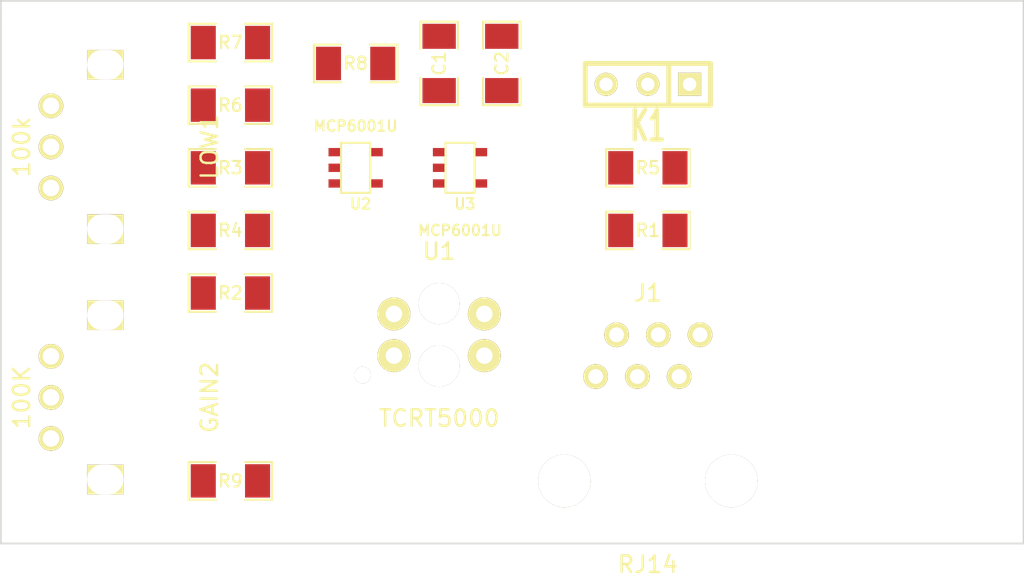
<source format=kicad_pcb>
(kicad_pcb (version 3) (host pcbnew "(2014-jan-25)-product")

  (general
    (links 39)
    (no_connects 39)
    (area 112.979999 71.069999 175.310001 104.190001)
    (thickness 1.6)
    (drawings 5)
    (tracks 0)
    (zones 0)
    (modules 18)
    (nets 13)
  )

  (page A4)
  (layers
    (15 F.Cu signal)
    (0 B.Cu signal)
    (16 B.Adhes user)
    (17 F.Adhes user)
    (18 B.Paste user)
    (19 F.Paste user)
    (20 B.SilkS user)
    (21 F.SilkS user)
    (22 B.Mask user)
    (23 F.Mask user)
    (24 Dwgs.User user)
    (25 Cmts.User user)
    (26 Eco1.User user)
    (27 Eco2.User user)
    (28 Edge.Cuts user)
  )

  (setup
    (last_trace_width 0.254)
    (trace_clearance 0.254)
    (zone_clearance 0.508)
    (zone_45_only no)
    (trace_min 0.254)
    (segment_width 0.2)
    (edge_width 0.1)
    (via_size 0.889)
    (via_drill 0.635)
    (via_min_size 0.889)
    (via_min_drill 0.508)
    (uvia_size 0.508)
    (uvia_drill 0.127)
    (uvias_allowed no)
    (uvia_min_size 0.508)
    (uvia_min_drill 0.127)
    (pcb_text_width 0.3)
    (pcb_text_size 1.5 1.5)
    (mod_edge_width 0.15)
    (mod_text_size 1 1)
    (mod_text_width 0.15)
    (pad_size 1.5 1.5)
    (pad_drill 1)
    (pad_to_mask_clearance 0)
    (aux_axis_origin 0 0)
    (visible_elements FFFFFF7F)
    (pcbplotparams
      (layerselection 3178497)
      (usegerberextensions true)
      (excludeedgelayer true)
      (linewidth 0.100000)
      (plotframeref false)
      (viasonmask false)
      (mode 1)
      (useauxorigin false)
      (hpglpennumber 1)
      (hpglpenspeed 20)
      (hpglpendiameter 15)
      (hpglpenoverlay 2)
      (psnegative false)
      (psa4output false)
      (plotreference true)
      (plotvalue true)
      (plotothertext true)
      (plotinvisibletext false)
      (padsonsilk false)
      (subtractmaskfromsilk false)
      (outputformat 1)
      (mirror false)
      (drillshape 1)
      (scaleselection 1)
      (outputdirectory ""))
  )

  (net 0 "")
  (net 1 5V)
  (net 2 GND)
  (net 3 ADC)
  (net 4 "Net-(GAIN2-Pad3)")
  (net 5 "Net-(GAIN2-Pad1)")
  (net 6 lowcut)
  (net 7 "Net-(R1-Pad1)")
  (net 8 "Net-(R2-Pad1)")
  (net 9 "Net-(R3-Pad1)")
  (net 10 "Net-(J1-Pad1)")
  (net 11 "Net-(J1-Pad5)")
  (net 12 "Net-(J1-Pad6)")

  (net_class Default "This is the default net class."
    (clearance 0.254)
    (trace_width 0.254)
    (via_dia 0.889)
    (via_drill 0.635)
    (uvia_dia 0.508)
    (uvia_drill 0.127)
    (add_net 5V)
    (add_net ADC)
    (add_net GND)
    (add_net "Net-(GAIN2-Pad1)")
    (add_net "Net-(GAIN2-Pad3)")
    (add_net "Net-(J1-Pad1)")
    (add_net "Net-(J1-Pad5)")
    (add_net "Net-(J1-Pad6)")
    (add_net "Net-(R1-Pad1)")
    (add_net "Net-(R2-Pad1)")
    (add_net "Net-(R3-Pad1)")
    (add_net lowcut)
  )

  (module SMD_Packages:SOT23-5 (layer F.Cu) (tedit 535D1521) (tstamp 535BD779)
    (at 134.62 81.28 270)
    (path /5358437A)
    (attr smd)
    (fp_text reference U2 (at 2.19964 -0.29972 360) (layer F.SilkS)
      (effects (font (size 0.635 0.635) (thickness 0.127)))
    )
    (fp_text value MCP6001U (at -2.54 0 540) (layer F.SilkS)
      (effects (font (size 0.635 0.635) (thickness 0.127)))
    )
    (fp_line (start 1.524 -0.889) (end 1.524 0.889) (layer F.SilkS) (width 0.127))
    (fp_line (start 1.524 0.889) (end -1.524 0.889) (layer F.SilkS) (width 0.127))
    (fp_line (start -1.524 0.889) (end -1.524 -0.889) (layer F.SilkS) (width 0.127))
    (fp_line (start -1.524 -0.889) (end 1.524 -0.889) (layer F.SilkS) (width 0.127))
    (pad 1 smd rect (at -0.9525 1.27 270) (size 0.508 0.762) (layers F.Cu F.Paste F.Mask)
      (net 8 "Net-(R2-Pad1)"))
    (pad 3 smd rect (at 0.9525 1.27 270) (size 0.508 0.762) (layers F.Cu F.Paste F.Mask)
      (net 9 "Net-(R3-Pad1)"))
    (pad 5 smd rect (at -0.9525 -1.27 270) (size 0.508 0.762) (layers F.Cu F.Paste F.Mask)
      (net 1 5V))
    (pad 2 smd rect (at 0 1.27 270) (size 0.508 0.762) (layers F.Cu F.Paste F.Mask)
      (net 6 lowcut))
    (pad 4 smd rect (at 0.9525 -1.27 270) (size 0.508 0.762) (layers F.Cu F.Paste F.Mask)
      (net 9 "Net-(R3-Pad1)"))
    (model smd/SOT23_5.wrl
      (at (xyz 0 0 0))
      (scale (xyz 0.1 0.1 0.1))
      (rotate (xyz 0 0 0))
    )
  )

  (module SMD_Packages:SOT23-5 (layer F.Cu) (tedit 535D1514) (tstamp 535BD786)
    (at 140.97 81.28 270)
    (path /5359ECE1)
    (attr smd)
    (fp_text reference U3 (at 2.19964 -0.29972 360) (layer F.SilkS)
      (effects (font (size 0.635 0.635) (thickness 0.127)))
    )
    (fp_text value MCP6001U (at 3.81 0 360) (layer F.SilkS)
      (effects (font (size 0.635 0.635) (thickness 0.127)))
    )
    (fp_line (start 1.524 -0.889) (end 1.524 0.889) (layer F.SilkS) (width 0.127))
    (fp_line (start 1.524 0.889) (end -1.524 0.889) (layer F.SilkS) (width 0.127))
    (fp_line (start -1.524 0.889) (end -1.524 -0.889) (layer F.SilkS) (width 0.127))
    (fp_line (start -1.524 -0.889) (end 1.524 -0.889) (layer F.SilkS) (width 0.127))
    (pad 1 smd rect (at -0.9525 1.27 270) (size 0.508 0.762) (layers F.Cu F.Paste F.Mask)
      (net 9 "Net-(R3-Pad1)"))
    (pad 3 smd rect (at 0.9525 1.27 270) (size 0.508 0.762) (layers F.Cu F.Paste F.Mask)
      (net 5 "Net-(GAIN2-Pad1)"))
    (pad 5 smd rect (at -0.9525 -1.27 270) (size 0.508 0.762) (layers F.Cu F.Paste F.Mask)
      (net 1 5V))
    (pad 2 smd rect (at 0 1.27 270) (size 0.508 0.762) (layers F.Cu F.Paste F.Mask)
      (net 2 GND))
    (pad 4 smd rect (at 0.9525 -1.27 270) (size 0.508 0.762) (layers F.Cu F.Paste F.Mask)
      (net 3 ADC))
    (model smd/SOT23_5.wrl
      (at (xyz 0 0 0))
      (scale (xyz 0.1 0.1 0.1))
      (rotate (xyz 0 0 0))
    )
  )

  (module Cyclophone:A-2014-0-4-R_BOTTOM (layer F.Cu) (tedit 535C95A7) (tstamp 535C805F)
    (at 152.4 100.33)
    (path /532FB864)
    (fp_text reference J1 (at 0 -11.43) (layer F.SilkS)
      (effects (font (size 1 1) (thickness 0.15)))
    )
    (fp_text value RJ14 (at 0 5.08) (layer F.SilkS)
      (effects (font (size 1 1) (thickness 0.15)))
    )
    (pad hole thru_hole circle (at 5.08 0) (size 3.2 3.2) (drill 3.2) (layers *.Cu *.Mask F.SilkS))
    (pad hole thru_hole circle (at -5.08 0) (size 3.2 3.2) (drill 3.2) (layers *.Cu *.Mask F.SilkS))
    (pad 1 thru_hole circle (at 3.175 -8.89 180) (size 1.5 1.5) (drill 0.9) (layers *.Cu *.Mask F.SilkS)
      (net 10 "Net-(J1-Pad1)"))
    (pad 2 thru_hole circle (at 1.905 -6.35 180) (size 1.5 1.5) (drill 0.9) (layers *.Cu *.Mask F.SilkS)
      (net 1 5V))
    (pad 3 thru_hole circle (at 0.635 -8.89 180) (size 1.5 1.5) (drill 0.9) (layers *.Cu *.Mask F.SilkS)
      (net 3 ADC))
    (pad 4 thru_hole circle (at -0.635 -6.35 180) (size 1.5 1.5) (drill 0.9) (layers *.Cu *.Mask F.SilkS)
      (net 2 GND))
    (pad 5 thru_hole circle (at -1.905 -8.89 180) (size 1.5 1.5) (drill 0.9) (layers *.Cu *.Mask F.SilkS)
      (net 11 "Net-(J1-Pad5)"))
    (pad 6 thru_hole circle (at -3.175 -6.35 180) (size 1.5 1.5) (drill 0.9) (layers *.Cu *.Mask F.SilkS)
      (net 12 "Net-(J1-Pad6)"))
  )

  (module Cyclophone:TCRT5000 (layer F.Cu) (tedit 535C7F67) (tstamp 535C806A)
    (at 139.7 91.44)
    (path /535BDDB2)
    (fp_text reference U1 (at 0 -5.08) (layer F.SilkS)
      (effects (font (size 1 1) (thickness 0.15)))
    )
    (fp_text value TCRT5000 (at 0 5.08) (layer F.SilkS)
      (effects (font (size 1 1) (thickness 0.15)))
    )
    (pad 3 thru_hole circle (at -2.75 -1.27) (size 2 2) (drill 1) (layers *.Cu *.Mask F.SilkS)
      (net 1 5V))
    (pad 1 thru_hole circle (at 2.75 -1.27) (size 2 2) (drill 1) (layers *.Cu *.Mask F.SilkS)
      (net 7 "Net-(R1-Pad1)"))
    (pad 4 thru_hole circle (at -2.75 1.27) (size 2 2) (drill 1) (layers *.Cu *.Mask F.SilkS)
      (net 8 "Net-(R2-Pad1)"))
    (pad 2 thru_hole circle (at 2.75 1.27) (size 2 2) (drill 1) (layers *.Cu *.Mask F.SilkS)
      (net 2 GND))
    (pad hole thru_hole circle (at 0 1.9) (size 2.5 2.5) (drill 2.5) (layers *.Cu *.Mask F.SilkS))
    (pad hole thru_hole circle (at 0 -1.9) (size 2.5 2.5) (drill 2.5) (layers *.Cu *.Mask F.SilkS))
    (pad hole thru_hole circle (at -4.65 2.45) (size 1 1) (drill 1) (layers *.Cu *.Mask F.SilkS))
  )

  (module SMD_Packages:SM1206 (layer F.Cu) (tedit 535D22A2) (tstamp 535D2333)
    (at 139.7 74.93 90)
    (path /53449FBF)
    (attr smd)
    (fp_text reference C1 (at 0 0 90) (layer F.SilkS)
      (effects (font (size 0.762 0.762) (thickness 0.127)))
    )
    (fp_text value .01uf (at 0 0 90) (layer F.SilkS) hide
      (effects (font (size 0.762 0.762) (thickness 0.127)))
    )
    (fp_line (start -2.54 -1.143) (end -2.54 1.143) (layer F.SilkS) (width 0.127))
    (fp_line (start -2.54 1.143) (end -0.889 1.143) (layer F.SilkS) (width 0.127))
    (fp_line (start 0.889 -1.143) (end 2.54 -1.143) (layer F.SilkS) (width 0.127))
    (fp_line (start 2.54 -1.143) (end 2.54 1.143) (layer F.SilkS) (width 0.127))
    (fp_line (start 2.54 1.143) (end 0.889 1.143) (layer F.SilkS) (width 0.127))
    (fp_line (start -0.889 -1.143) (end -2.54 -1.143) (layer F.SilkS) (width 0.127))
    (pad 1 smd rect (at -1.651 0 90) (size 1.524 2.032) (layers F.Cu F.Paste F.Mask)
      (net 1 5V))
    (pad 2 smd rect (at 1.651 0 90) (size 1.524 2.032) (layers F.Cu F.Paste F.Mask)
      (net 2 GND))
    (model smd/chip_cms.wrl
      (at (xyz 0 0 0))
      (scale (xyz 0.17 0.16 0.16))
      (rotate (xyz 0 0 0))
    )
  )

  (module SMD_Packages:SM1206 (layer F.Cu) (tedit 535D22A2) (tstamp 535D233E)
    (at 143.51 74.93 90)
    (path /5344A0AE)
    (attr smd)
    (fp_text reference C2 (at 0 0 90) (layer F.SilkS)
      (effects (font (size 0.762 0.762) (thickness 0.127)))
    )
    (fp_text value 10uf (at 0 0 90) (layer F.SilkS) hide
      (effects (font (size 0.762 0.762) (thickness 0.127)))
    )
    (fp_line (start -2.54 -1.143) (end -2.54 1.143) (layer F.SilkS) (width 0.127))
    (fp_line (start -2.54 1.143) (end -0.889 1.143) (layer F.SilkS) (width 0.127))
    (fp_line (start 0.889 -1.143) (end 2.54 -1.143) (layer F.SilkS) (width 0.127))
    (fp_line (start 2.54 -1.143) (end 2.54 1.143) (layer F.SilkS) (width 0.127))
    (fp_line (start 2.54 1.143) (end 0.889 1.143) (layer F.SilkS) (width 0.127))
    (fp_line (start -0.889 -1.143) (end -2.54 -1.143) (layer F.SilkS) (width 0.127))
    (pad 1 smd rect (at -1.651 0 90) (size 1.524 2.032) (layers F.Cu F.Paste F.Mask)
      (net 1 5V))
    (pad 2 smd rect (at 1.651 0 90) (size 1.524 2.032) (layers F.Cu F.Paste F.Mask)
      (net 2 GND))
    (model smd/chip_cms.wrl
      (at (xyz 0 0 0))
      (scale (xyz 0.17 0.16 0.16))
      (rotate (xyz 0 0 0))
    )
  )

  (module Cyclophone:PTV09A-2-BOTTOM (layer F.Cu) (tedit 535D22A2) (tstamp 535D2349)
    (at 119.38 95.25 270)
    (path /5359E737)
    (fp_text reference GAIN2 (at 0 -6.35 270) (layer F.SilkS)
      (effects (font (size 1 1) (thickness 0.15)))
    )
    (fp_text value 100K (at 0 5.08 270) (layer F.SilkS)
      (effects (font (size 1 1) (thickness 0.15)))
    )
    (pad 1 thru_hole circle (at 2.5 3.3 270) (size 1.5 1.5) (drill 1) (layers *.Cu *.Mask F.SilkS)
      (net 5 "Net-(GAIN2-Pad1)"))
    (pad 2 thru_hole circle (at 0 3.3 270) (size 1.5 1.5) (drill 1) (layers *.Cu *.Mask F.SilkS)
      (net 3 ADC))
    (pad 3 thru_hole circle (at -2.5 3.3 270) (size 1.5 1.5) (drill 1) (layers *.Cu *.Mask F.SilkS)
      (net 4 "Net-(GAIN2-Pad3)"))
    (pad "" np_thru_hole rect (at 5 0 270) (size 1.8 2.2) (drill oval 1.8 2.2) (layers *.Cu *.Mask F.SilkS))
    (pad "" np_thru_hole rect (at -5 0 270) (size 1.8 2.2) (drill oval 1.8 2.2) (layers *.Cu *.Mask F.SilkS))
  )

  (module Connect:SIL-3 (layer F.Cu) (tedit 535D22A3) (tstamp 535D2351)
    (at 152.4 76.2 180)
    (descr "Connecteur 3 pins")
    (tags "CONN DEV")
    (path /535AE01E)
    (fp_text reference K1 (at 0 -2.54 180) (layer F.SilkS)
      (effects (font (size 1.7907 1.07696) (thickness 0.3048)))
    )
    (fp_text value CONN_3 (at 0 -2.54 180) (layer F.SilkS) hide
      (effects (font (size 1.524 1.016) (thickness 0.3048)))
    )
    (fp_line (start -3.81 1.27) (end -3.81 -1.27) (layer F.SilkS) (width 0.3048))
    (fp_line (start -3.81 -1.27) (end 3.81 -1.27) (layer F.SilkS) (width 0.3048))
    (fp_line (start 3.81 -1.27) (end 3.81 1.27) (layer F.SilkS) (width 0.3048))
    (fp_line (start 3.81 1.27) (end -3.81 1.27) (layer F.SilkS) (width 0.3048))
    (fp_line (start -1.27 -1.27) (end -1.27 1.27) (layer F.SilkS) (width 0.3048))
    (pad 1 thru_hole rect (at -2.54 0 180) (size 1.397 1.397) (drill 0.8128) (layers *.Cu *.Mask F.SilkS)
      (net 1 5V))
    (pad 2 thru_hole circle (at 0 0 180) (size 1.397 1.397) (drill 0.8128) (layers *.Cu *.Mask F.SilkS)
      (net 3 ADC))
    (pad 3 thru_hole circle (at 2.54 0 180) (size 1.397 1.397) (drill 0.8128) (layers *.Cu *.Mask F.SilkS)
      (net 2 GND))
  )

  (module Cyclophone:PTV09A-2-BOTTOM (layer F.Cu) (tedit 535D22A2) (tstamp 535D235C)
    (at 119.38 80.01 270)
    (path /5359E724)
    (fp_text reference LOW1 (at 0 -6.35 270) (layer F.SilkS)
      (effects (font (size 1 1) (thickness 0.15)))
    )
    (fp_text value 100k (at 0 5.08 270) (layer F.SilkS)
      (effects (font (size 1 1) (thickness 0.15)))
    )
    (pad 1 thru_hole circle (at 2.5 3.3 270) (size 1.5 1.5) (drill 1) (layers *.Cu *.Mask F.SilkS)
      (net 1 5V))
    (pad 2 thru_hole circle (at 0 3.3 270) (size 1.5 1.5) (drill 1) (layers *.Cu *.Mask F.SilkS)
      (net 6 lowcut))
    (pad 3 thru_hole circle (at -2.5 3.3 270) (size 1.5 1.5) (drill 1) (layers *.Cu *.Mask F.SilkS)
      (net 2 GND))
    (pad "" np_thru_hole rect (at 5 0 270) (size 1.8 2.2) (drill oval 1.8 2.2) (layers *.Cu *.Mask F.SilkS))
    (pad "" np_thru_hole rect (at -5 0 270) (size 1.8 2.2) (drill oval 1.8 2.2) (layers *.Cu *.Mask F.SilkS))
  )

  (module SMD_Packages:SM1206 (layer F.Cu) (tedit 535D22A2) (tstamp 535D2364)
    (at 152.4 85.09)
    (path /533B9FB6)
    (attr smd)
    (fp_text reference R1 (at 0 0) (layer F.SilkS)
      (effects (font (size 0.762 0.762) (thickness 0.127)))
    )
    (fp_text value 220 (at 0 0) (layer F.SilkS) hide
      (effects (font (size 0.762 0.762) (thickness 0.127)))
    )
    (fp_line (start -2.54 -1.143) (end -2.54 1.143) (layer F.SilkS) (width 0.127))
    (fp_line (start -2.54 1.143) (end -0.889 1.143) (layer F.SilkS) (width 0.127))
    (fp_line (start 0.889 -1.143) (end 2.54 -1.143) (layer F.SilkS) (width 0.127))
    (fp_line (start 2.54 -1.143) (end 2.54 1.143) (layer F.SilkS) (width 0.127))
    (fp_line (start 2.54 1.143) (end 0.889 1.143) (layer F.SilkS) (width 0.127))
    (fp_line (start -0.889 -1.143) (end -2.54 -1.143) (layer F.SilkS) (width 0.127))
    (pad 1 smd rect (at -1.651 0) (size 1.524 2.032) (layers F.Cu F.Paste F.Mask)
      (net 7 "Net-(R1-Pad1)"))
    (pad 2 smd rect (at 1.651 0) (size 1.524 2.032) (layers F.Cu F.Paste F.Mask)
      (net 1 5V))
    (model smd/chip_cms.wrl
      (at (xyz 0 0 0))
      (scale (xyz 0.17 0.16 0.16))
      (rotate (xyz 0 0 0))
    )
  )

  (module SMD_Packages:SM1206 (layer F.Cu) (tedit 535D22A2) (tstamp 535D236F)
    (at 127 88.9 180)
    (path /533B9B87)
    (attr smd)
    (fp_text reference R2 (at 0 0 180) (layer F.SilkS)
      (effects (font (size 0.762 0.762) (thickness 0.127)))
    )
    (fp_text value 20.7k (at 0 0 180) (layer F.SilkS) hide
      (effects (font (size 0.762 0.762) (thickness 0.127)))
    )
    (fp_line (start -2.54 -1.143) (end -2.54 1.143) (layer F.SilkS) (width 0.127))
    (fp_line (start -2.54 1.143) (end -0.889 1.143) (layer F.SilkS) (width 0.127))
    (fp_line (start 0.889 -1.143) (end 2.54 -1.143) (layer F.SilkS) (width 0.127))
    (fp_line (start 2.54 -1.143) (end 2.54 1.143) (layer F.SilkS) (width 0.127))
    (fp_line (start 2.54 1.143) (end 0.889 1.143) (layer F.SilkS) (width 0.127))
    (fp_line (start -0.889 -1.143) (end -2.54 -1.143) (layer F.SilkS) (width 0.127))
    (pad 1 smd rect (at -1.651 0 180) (size 1.524 2.032) (layers F.Cu F.Paste F.Mask)
      (net 8 "Net-(R2-Pad1)"))
    (pad 2 smd rect (at 1.651 0 180) (size 1.524 2.032) (layers F.Cu F.Paste F.Mask)
      (net 2 GND))
    (model smd/chip_cms.wrl
      (at (xyz 0 0 0))
      (scale (xyz 0.17 0.16 0.16))
      (rotate (xyz 0 0 0))
    )
  )

  (module SMD_Packages:SM1206 (layer F.Cu) (tedit 535D22A2) (tstamp 535D237A)
    (at 127 81.28 180)
    (path /5355C3FF)
    (attr smd)
    (fp_text reference R3 (at 0 0 180) (layer F.SilkS)
      (effects (font (size 0.762 0.762) (thickness 0.127)))
    )
    (fp_text value 10k (at 0 0 180) (layer F.SilkS) hide
      (effects (font (size 0.762 0.762) (thickness 0.127)))
    )
    (fp_line (start -2.54 -1.143) (end -2.54 1.143) (layer F.SilkS) (width 0.127))
    (fp_line (start -2.54 1.143) (end -0.889 1.143) (layer F.SilkS) (width 0.127))
    (fp_line (start 0.889 -1.143) (end 2.54 -1.143) (layer F.SilkS) (width 0.127))
    (fp_line (start 2.54 -1.143) (end 2.54 1.143) (layer F.SilkS) (width 0.127))
    (fp_line (start 2.54 1.143) (end 0.889 1.143) (layer F.SilkS) (width 0.127))
    (fp_line (start -0.889 -1.143) (end -2.54 -1.143) (layer F.SilkS) (width 0.127))
    (pad 1 smd rect (at -1.651 0 180) (size 1.524 2.032) (layers F.Cu F.Paste F.Mask)
      (net 9 "Net-(R3-Pad1)"))
    (pad 2 smd rect (at 1.651 0 180) (size 1.524 2.032) (layers F.Cu F.Paste F.Mask)
      (net 2 GND))
    (model smd/chip_cms.wrl
      (at (xyz 0 0 0))
      (scale (xyz 0.17 0.16 0.16))
      (rotate (xyz 0 0 0))
    )
  )

  (module SMD_Packages:SM1206 (layer F.Cu) (tedit 535D22A2) (tstamp 535D2385)
    (at 127 85.09)
    (path /5359ED67)
    (attr smd)
    (fp_text reference R4 (at 0 0) (layer F.SilkS)
      (effects (font (size 0.762 0.762) (thickness 0.127)))
    )
    (fp_text value 10k (at 0 0) (layer F.SilkS) hide
      (effects (font (size 0.762 0.762) (thickness 0.127)))
    )
    (fp_line (start -2.54 -1.143) (end -2.54 1.143) (layer F.SilkS) (width 0.127))
    (fp_line (start -2.54 1.143) (end -0.889 1.143) (layer F.SilkS) (width 0.127))
    (fp_line (start 0.889 -1.143) (end 2.54 -1.143) (layer F.SilkS) (width 0.127))
    (fp_line (start 2.54 -1.143) (end 2.54 1.143) (layer F.SilkS) (width 0.127))
    (fp_line (start 2.54 1.143) (end 0.889 1.143) (layer F.SilkS) (width 0.127))
    (fp_line (start -0.889 -1.143) (end -2.54 -1.143) (layer F.SilkS) (width 0.127))
    (pad 1 smd rect (at -1.651 0) (size 1.524 2.032) (layers F.Cu F.Paste F.Mask)
      (net 6 lowcut))
    (pad 2 smd rect (at 1.651 0) (size 1.524 2.032) (layers F.Cu F.Paste F.Mask)
      (net 5 "Net-(GAIN2-Pad1)"))
    (model smd/chip_cms.wrl
      (at (xyz 0 0 0))
      (scale (xyz 0.17 0.16 0.16))
      (rotate (xyz 0 0 0))
    )
  )

  (module SMD_Packages:SM1206 (layer F.Cu) (tedit 535D22A2) (tstamp 535D2390)
    (at 152.4 81.28 180)
    (path /5355C5BE)
    (attr smd)
    (fp_text reference R5 (at 0 0 180) (layer F.SilkS)
      (effects (font (size 0.762 0.762) (thickness 0.127)))
    )
    (fp_text value empty (at 0 0 180) (layer F.SilkS) hide
      (effects (font (size 0.762 0.762) (thickness 0.127)))
    )
    (fp_line (start -2.54 -1.143) (end -2.54 1.143) (layer F.SilkS) (width 0.127))
    (fp_line (start -2.54 1.143) (end -0.889 1.143) (layer F.SilkS) (width 0.127))
    (fp_line (start 0.889 -1.143) (end 2.54 -1.143) (layer F.SilkS) (width 0.127))
    (fp_line (start 2.54 -1.143) (end 2.54 1.143) (layer F.SilkS) (width 0.127))
    (fp_line (start 2.54 1.143) (end 0.889 1.143) (layer F.SilkS) (width 0.127))
    (fp_line (start -0.889 -1.143) (end -2.54 -1.143) (layer F.SilkS) (width 0.127))
    (pad 1 smd rect (at -1.651 0 180) (size 1.524 2.032) (layers F.Cu F.Paste F.Mask)
      (net 3 ADC))
    (pad 2 smd rect (at 1.651 0 180) (size 1.524 2.032) (layers F.Cu F.Paste F.Mask)
      (net 2 GND))
    (model smd/chip_cms.wrl
      (at (xyz 0 0 0))
      (scale (xyz 0.17 0.16 0.16))
      (rotate (xyz 0 0 0))
    )
  )

  (module SMD_Packages:SM1206 (layer F.Cu) (tedit 535D22A2) (tstamp 535D239B)
    (at 127 77.47)
    (path /535AB429)
    (attr smd)
    (fp_text reference R6 (at 0 0) (layer F.SilkS)
      (effects (font (size 0.762 0.762) (thickness 0.127)))
    )
    (fp_text value empty (at 0 0) (layer F.SilkS) hide
      (effects (font (size 0.762 0.762) (thickness 0.127)))
    )
    (fp_line (start -2.54 -1.143) (end -2.54 1.143) (layer F.SilkS) (width 0.127))
    (fp_line (start -2.54 1.143) (end -0.889 1.143) (layer F.SilkS) (width 0.127))
    (fp_line (start 0.889 -1.143) (end 2.54 -1.143) (layer F.SilkS) (width 0.127))
    (fp_line (start 2.54 -1.143) (end 2.54 1.143) (layer F.SilkS) (width 0.127))
    (fp_line (start 2.54 1.143) (end 0.889 1.143) (layer F.SilkS) (width 0.127))
    (fp_line (start -0.889 -1.143) (end -2.54 -1.143) (layer F.SilkS) (width 0.127))
    (pad 1 smd rect (at -1.651 0) (size 1.524 2.032) (layers F.Cu F.Paste F.Mask)
      (net 6 lowcut))
    (pad 2 smd rect (at 1.651 0) (size 1.524 2.032) (layers F.Cu F.Paste F.Mask)
      (net 2 GND))
    (model smd/chip_cms.wrl
      (at (xyz 0 0 0))
      (scale (xyz 0.17 0.16 0.16))
      (rotate (xyz 0 0 0))
    )
  )

  (module SMD_Packages:SM1206 (layer F.Cu) (tedit 535D22A2) (tstamp 535D23B1)
    (at 127 73.66)
    (path /535D1DDF)
    (attr smd)
    (fp_text reference R7 (at 0 0) (layer F.SilkS)
      (effects (font (size 0.762 0.762) (thickness 0.127)))
    )
    (fp_text value empty (at 0 0) (layer F.SilkS) hide
      (effects (font (size 0.762 0.762) (thickness 0.127)))
    )
    (fp_line (start -2.54 -1.143) (end -2.54 1.143) (layer F.SilkS) (width 0.127))
    (fp_line (start -2.54 1.143) (end -0.889 1.143) (layer F.SilkS) (width 0.127))
    (fp_line (start 0.889 -1.143) (end 2.54 -1.143) (layer F.SilkS) (width 0.127))
    (fp_line (start 2.54 -1.143) (end 2.54 1.143) (layer F.SilkS) (width 0.127))
    (fp_line (start 2.54 1.143) (end 0.889 1.143) (layer F.SilkS) (width 0.127))
    (fp_line (start -0.889 -1.143) (end -2.54 -1.143) (layer F.SilkS) (width 0.127))
    (pad 1 smd rect (at -1.651 0) (size 1.524 2.032) (layers F.Cu F.Paste F.Mask)
      (net 6 lowcut))
    (pad 2 smd rect (at 1.651 0) (size 1.524 2.032) (layers F.Cu F.Paste F.Mask)
      (net 1 5V))
    (model smd/chip_cms.wrl
      (at (xyz 0 0 0))
      (scale (xyz 0.17 0.16 0.16))
      (rotate (xyz 0 0 0))
    )
  )

  (module SMD_Packages:SM1206 (layer F.Cu) (tedit 535D22A2) (tstamp 535D23BD)
    (at 134.62 74.93)
    (path /535D1A3C)
    (attr smd)
    (fp_text reference R8 (at 0 0) (layer F.SilkS)
      (effects (font (size 0.762 0.762) (thickness 0.127)))
    )
    (fp_text value empty (at 0 0) (layer F.SilkS) hide
      (effects (font (size 0.762 0.762) (thickness 0.127)))
    )
    (fp_line (start -2.54 -1.143) (end -2.54 1.143) (layer F.SilkS) (width 0.127))
    (fp_line (start -2.54 1.143) (end -0.889 1.143) (layer F.SilkS) (width 0.127))
    (fp_line (start 0.889 -1.143) (end 2.54 -1.143) (layer F.SilkS) (width 0.127))
    (fp_line (start 2.54 -1.143) (end 2.54 1.143) (layer F.SilkS) (width 0.127))
    (fp_line (start 2.54 1.143) (end 0.889 1.143) (layer F.SilkS) (width 0.127))
    (fp_line (start -0.889 -1.143) (end -2.54 -1.143) (layer F.SilkS) (width 0.127))
    (pad 1 smd rect (at -1.651 0) (size 1.524 2.032) (layers F.Cu F.Paste F.Mask)
      (net 9 "Net-(R3-Pad1)"))
    (pad 2 smd rect (at 1.651 0) (size 1.524 2.032) (layers F.Cu F.Paste F.Mask)
      (net 8 "Net-(R2-Pad1)"))
    (model smd/chip_cms.wrl
      (at (xyz 0 0 0))
      (scale (xyz 0.17 0.16 0.16))
      (rotate (xyz 0 0 0))
    )
  )

  (module SMD_Packages:SM1206 (layer F.Cu) (tedit 535D22A2) (tstamp 535D23C9)
    (at 127 100.33)
    (path /535D1ECA)
    (attr smd)
    (fp_text reference R9 (at 0 0) (layer F.SilkS)
      (effects (font (size 0.762 0.762) (thickness 0.127)))
    )
    (fp_text value empty (at 0 0) (layer F.SilkS) hide
      (effects (font (size 0.762 0.762) (thickness 0.127)))
    )
    (fp_line (start -2.54 -1.143) (end -2.54 1.143) (layer F.SilkS) (width 0.127))
    (fp_line (start -2.54 1.143) (end -0.889 1.143) (layer F.SilkS) (width 0.127))
    (fp_line (start 0.889 -1.143) (end 2.54 -1.143) (layer F.SilkS) (width 0.127))
    (fp_line (start 2.54 -1.143) (end 2.54 1.143) (layer F.SilkS) (width 0.127))
    (fp_line (start 2.54 1.143) (end 0.889 1.143) (layer F.SilkS) (width 0.127))
    (fp_line (start -0.889 -1.143) (end -2.54 -1.143) (layer F.SilkS) (width 0.127))
    (pad 1 smd rect (at -1.651 0) (size 1.524 2.032) (layers F.Cu F.Paste F.Mask)
      (net 5 "Net-(GAIN2-Pad1)"))
    (pad 2 smd rect (at 1.651 0) (size 1.524 2.032) (layers F.Cu F.Paste F.Mask)
      (net 3 ADC))
    (model smd/chip_cms.wrl
      (at (xyz 0 0 0))
      (scale (xyz 0.17 0.16 0.16))
      (rotate (xyz 0 0 0))
    )
  )

  (gr_line (start 113.03 71.12) (end 113.03 72.39) (angle 90) (layer Edge.Cuts) (width 0.1))
  (gr_line (start 175.26 71.12) (end 113.03 71.12) (angle 90) (layer Edge.Cuts) (width 0.1))
  (gr_line (start 175.26 104.14) (end 175.26 71.12) (angle 90) (layer Edge.Cuts) (width 0.1))
  (gr_line (start 113.03 104.14) (end 175.26 104.14) (angle 90) (layer Edge.Cuts) (width 0.1))
  (gr_line (start 113.03 72.39) (end 113.03 104.14) (angle 90) (layer Edge.Cuts) (width 0.1))

)

</source>
